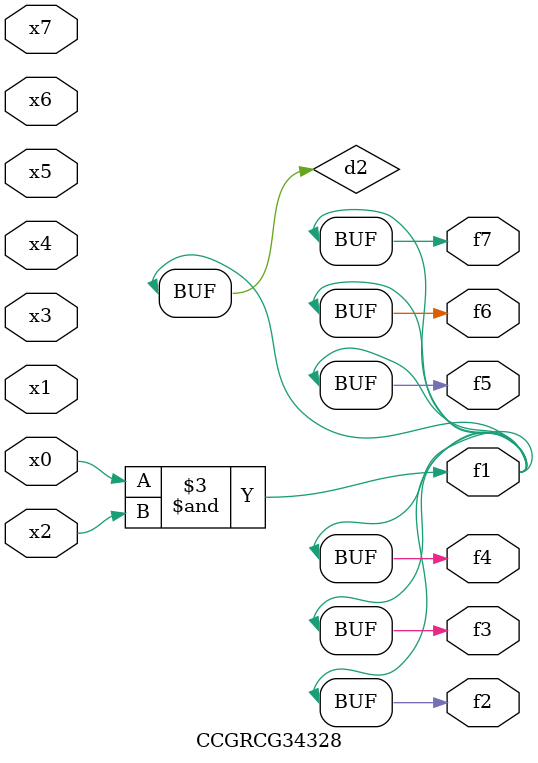
<source format=v>
module CCGRCG34328(
	input x0, x1, x2, x3, x4, x5, x6, x7,
	output f1, f2, f3, f4, f5, f6, f7
);

	wire d1, d2;

	nor (d1, x3, x6);
	and (d2, x0, x2);
	assign f1 = d2;
	assign f2 = d2;
	assign f3 = d2;
	assign f4 = d2;
	assign f5 = d2;
	assign f6 = d2;
	assign f7 = d2;
endmodule

</source>
